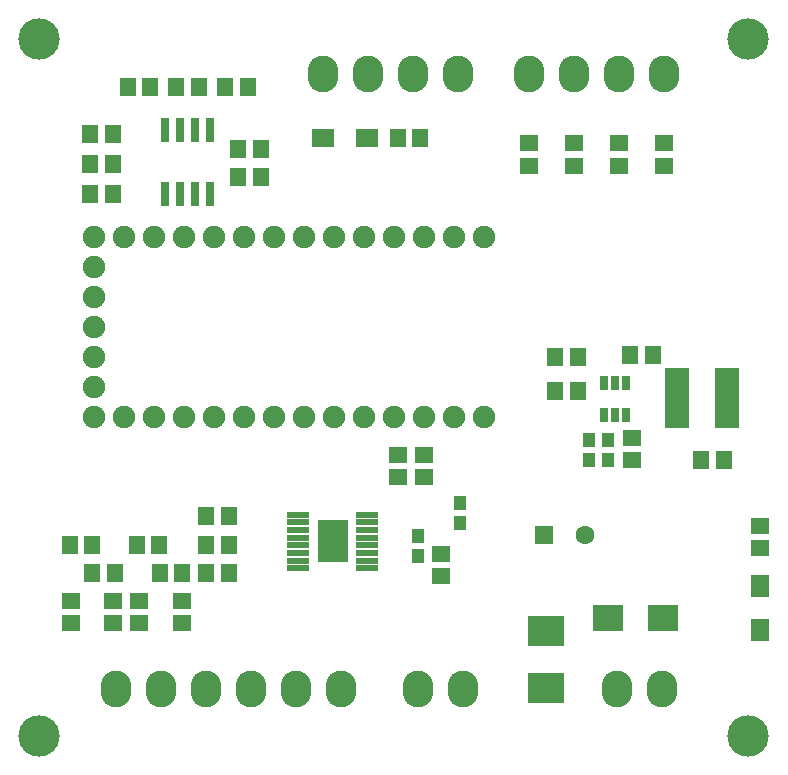
<source format=gbr>
%TF.GenerationSoftware,Novarm,DipTrace,3.3.1.3*%
%TF.CreationDate,2020-07-03T15:38:00+00:00*%
%FSLAX35Y35*%
%MOMM*%
%TF.FileFunction,Soldermask,Top*%
%TF.Part,Single*%
%ADD40C,3.5*%
%ADD44R,2.6X3.6*%
%ADD45R,1.9X0.5*%
%ADD46R,0.7X2.1*%
%ADD47R,0.7X1.2*%
%ADD48C,1.9*%
%ADD49R,2.0X5.2*%
%ADD50O,2.6X3.1*%
%ADD51R,3.1X2.5*%
%ADD52R,1.6X1.85*%
%ADD53R,1.85X1.6*%
%ADD54R,2.6X2.3*%
%ADD55R,1.6X1.4*%
%ADD56R,1.1X1.2*%
%ADD57C,1.6*%
%ADD58R,1.6X1.6*%
%ADD59R,1.4X1.6*%
G75*
G01*
%LPD*%
D59*
X5651503Y3873500D3*
X5841503D3*
D58*
X4921250Y2349500D3*
D57*
X5271250D3*
D56*
X5460997Y2984500D3*
Y3154500D3*
X5302253Y2984500D3*
Y3154500D3*
D59*
X6254750Y2984500D3*
X6444750D3*
X2524123Y5381627D3*
X2334123D3*
X2524123Y5619750D3*
X2334123D3*
D55*
X4048127Y2190750D3*
Y2000750D3*
D56*
X3857627Y2174877D3*
Y2344877D3*
X4206873Y2619373D3*
Y2449373D3*
D55*
X5667377Y3175003D3*
Y2985003D3*
D54*
X5461003Y1651000D3*
X5931003D3*
D53*
X3423000Y5715000D3*
X3048000D3*
D52*
X6746873Y1920873D3*
Y1545873D3*
D51*
X4937127Y1539877D3*
Y1053877D3*
D40*
X650000Y650000D3*
Y6550000D3*
X6650000Y650000D3*
Y6550000D3*
D50*
X5921400Y1050000D3*
X5540400D3*
X3048000Y6250000D3*
X3429000D3*
X3810000D3*
X4191000D3*
X4238600Y1050000D3*
X3857600D3*
X3206700D3*
X2825700D3*
X2444700D3*
X2063700D3*
X1682700D3*
X1301700D3*
X4794300Y6250000D3*
X5175300D3*
X5556300D3*
X5937300D3*
D49*
X6048377Y3508377D3*
X6468377D3*
D48*
X4413250Y4873623D3*
X4159250D3*
X3905250D3*
X3651250D3*
X3397250D3*
X3143250D3*
X2889250D3*
X2635250D3*
X2381250D3*
X2127250D3*
X1873250D3*
X1619250D3*
X1365250D3*
X1111250D3*
Y4619623D3*
Y4365623D3*
Y4111623D3*
Y3857623D3*
Y3603623D3*
X4413250Y3349623D3*
X4159250D3*
X3905250D3*
X3651250D3*
X3397250D3*
X3143250D3*
X2889250D3*
X2635250D3*
X2381250D3*
X2127250D3*
X1873250D3*
X1619250D3*
X1365250D3*
X1111250D3*
D59*
X1999750Y6143627D3*
X1809750D3*
X1270000Y5238750D3*
X1080000D3*
X1270000Y5492750D3*
X1080000D3*
X1270000Y5746750D3*
X1080000D3*
X5206997Y3571877D3*
X5016997D3*
X2222500Y6143627D3*
X2412500D3*
X5016503Y3857627D3*
X5206503D3*
X1397000Y6143627D3*
X1587000D3*
X3683000Y5715000D3*
X3873000D3*
X2063750Y2508250D3*
X2253750D3*
X2063750Y2032000D3*
X2253750D3*
X2063750Y2270123D3*
X2253750D3*
D55*
X3683000Y3032123D3*
Y2842123D3*
X3905250Y3032123D3*
Y2842123D3*
X6746873Y2428873D3*
Y2238873D3*
X4794253Y5667377D3*
Y5477377D3*
X5175250Y5476877D3*
Y5666877D3*
X5556253Y5476877D3*
Y5666877D3*
X5937250Y5476877D3*
Y5666877D3*
X1857373Y1793873D3*
Y1603873D3*
D59*
Y2032000D3*
X1667373D3*
D55*
X1492253Y1794370D3*
Y1604370D3*
D59*
X1476377Y2270127D3*
X1666377D3*
D55*
X1270003Y1793873D3*
Y1603873D3*
D59*
X1285873Y2032000D3*
X1095873D3*
D55*
X920753Y1794370D3*
Y1604370D3*
D59*
X904877Y2270127D3*
X1094877D3*
D47*
X5619753Y3635377D3*
X5524753D3*
X5429753D3*
Y3365377D3*
X5524753D3*
X5619753D3*
D46*
X1714500Y5238750D3*
X1841500D3*
X1968500D3*
X2095500D3*
Y5778750D3*
X1968500D3*
X1841500D3*
X1714500D3*
D45*
X2841623Y2524123D3*
Y2459123D3*
Y2394123D3*
Y2329123D3*
Y2264123D3*
Y2199123D3*
Y2134123D3*
Y2069123D3*
X3421643D3*
X3421623Y2134123D3*
Y2199123D3*
Y2264123D3*
Y2329123D3*
Y2394123D3*
Y2459123D3*
Y2524123D3*
D44*
X3131633Y2296623D3*
M02*

</source>
